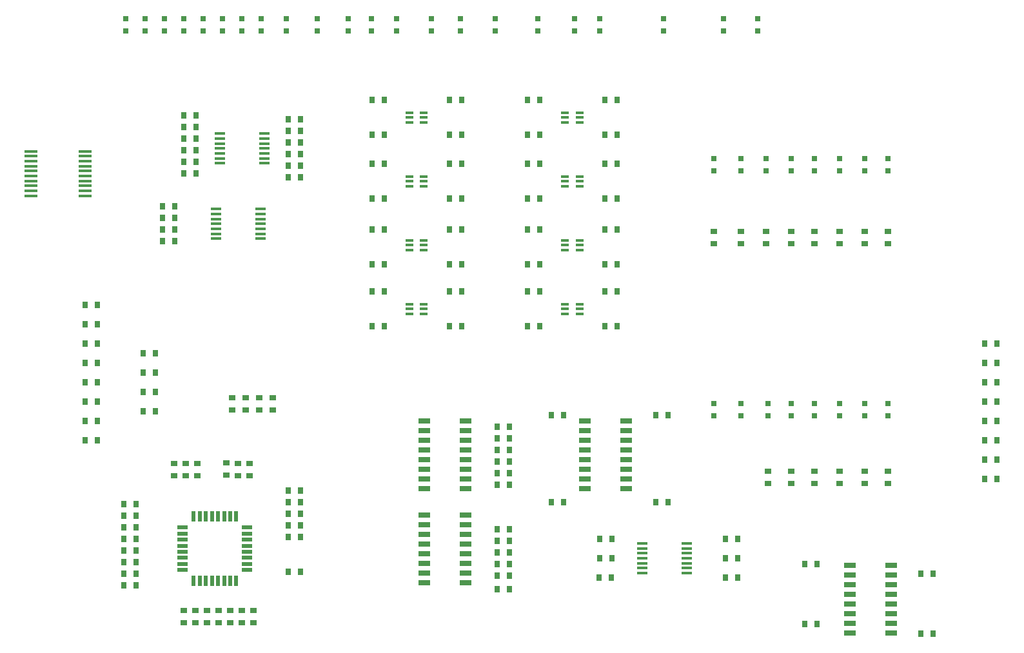
<source format=gtp>
G04*
G04 #@! TF.GenerationSoftware,Altium Limited,Altium Designer,22.3.1 (43)*
G04*
G04 Layer_Color=8421504*
%FSLAX25Y25*%
%MOIN*%
G70*
G04*
G04 #@! TF.SameCoordinates,F71B8339-E566-44E3-B05A-047308818BE7*
G04*
G04*
G04 #@! TF.FilePolarity,Positive*
G04*
G01*
G75*
%ADD15R,0.06004X0.02559*%
%ADD16R,0.03150X0.03740*%
%ADD17R,0.03150X0.03150*%
%ADD18R,0.04134X0.01575*%
%ADD19R,0.07087X0.01772*%
%ADD20R,0.05807X0.01772*%
%ADD21R,0.03740X0.03150*%
%ADD22R,0.02362X0.05807*%
%ADD23R,0.05807X0.02362*%
D15*
X232323Y130000D02*
D03*
Y125000D02*
D03*
Y120000D02*
D03*
Y115000D02*
D03*
Y110000D02*
D03*
Y105000D02*
D03*
Y100000D02*
D03*
Y95000D02*
D03*
X253677D02*
D03*
Y100000D02*
D03*
Y105000D02*
D03*
Y110000D02*
D03*
Y115000D02*
D03*
Y120000D02*
D03*
Y125000D02*
D03*
Y130000D02*
D03*
Y81500D02*
D03*
Y76500D02*
D03*
Y71500D02*
D03*
Y66500D02*
D03*
Y61500D02*
D03*
Y56500D02*
D03*
Y51500D02*
D03*
Y46500D02*
D03*
X232323D02*
D03*
Y51500D02*
D03*
Y56500D02*
D03*
Y61500D02*
D03*
Y66500D02*
D03*
Y71500D02*
D03*
Y76500D02*
D03*
Y81500D02*
D03*
X315323Y130000D02*
D03*
Y125000D02*
D03*
Y120000D02*
D03*
Y115000D02*
D03*
Y110000D02*
D03*
Y105000D02*
D03*
Y100000D02*
D03*
Y95000D02*
D03*
X336677D02*
D03*
Y100000D02*
D03*
Y105000D02*
D03*
Y110000D02*
D03*
Y115000D02*
D03*
Y120000D02*
D03*
Y125000D02*
D03*
Y130000D02*
D03*
X452323Y55500D02*
D03*
Y50500D02*
D03*
Y45500D02*
D03*
Y40500D02*
D03*
Y35500D02*
D03*
Y30500D02*
D03*
Y25500D02*
D03*
Y20500D02*
D03*
X473677D02*
D03*
Y25500D02*
D03*
Y30500D02*
D03*
Y35500D02*
D03*
Y40500D02*
D03*
Y45500D02*
D03*
Y50500D02*
D03*
Y55500D02*
D03*
D16*
X269850Y56000D02*
D03*
X276150D02*
D03*
X297850Y133000D02*
D03*
X304150D02*
D03*
X358150D02*
D03*
X351850D02*
D03*
X358150Y88000D02*
D03*
X351850D02*
D03*
X297850D02*
D03*
X304150D02*
D03*
X428850Y56000D02*
D03*
X435150D02*
D03*
X495150Y20000D02*
D03*
X488850D02*
D03*
X495150Y51000D02*
D03*
X488850D02*
D03*
X428850Y25000D02*
D03*
X435150D02*
D03*
X114150Y258000D02*
D03*
X107850D02*
D03*
X285591Y278000D02*
D03*
X291890D02*
D03*
X205090Y179000D02*
D03*
X211390D02*
D03*
X205090Y197000D02*
D03*
X211390D02*
D03*
X205090Y211000D02*
D03*
X211390D02*
D03*
X205090Y229000D02*
D03*
X211390D02*
D03*
X205090Y245000D02*
D03*
X211390D02*
D03*
X205090Y263000D02*
D03*
X211390D02*
D03*
X205090Y296000D02*
D03*
X211390D02*
D03*
X205090Y278000D02*
D03*
X329150Y69000D02*
D03*
X322850D02*
D03*
X329150Y59000D02*
D03*
X322850D02*
D03*
X329000Y49000D02*
D03*
X322701D02*
D03*
X387850D02*
D03*
X394150D02*
D03*
X387850Y59000D02*
D03*
X394150D02*
D03*
X387850Y69000D02*
D03*
X394150D02*
D03*
X114150Y288000D02*
D03*
X107850D02*
D03*
Y282000D02*
D03*
X114150D02*
D03*
Y276000D02*
D03*
X107850D02*
D03*
Y270000D02*
D03*
X114150D02*
D03*
X103150Y241000D02*
D03*
X96850D02*
D03*
Y235000D02*
D03*
X103150D02*
D03*
X114150Y264000D02*
D03*
X107850D02*
D03*
X103150Y229000D02*
D03*
X96850D02*
D03*
Y223000D02*
D03*
X103150D02*
D03*
X161850Y262000D02*
D03*
X168150D02*
D03*
Y256000D02*
D03*
X161850D02*
D03*
Y274000D02*
D03*
X168150D02*
D03*
Y268000D02*
D03*
X161850D02*
D03*
Y286000D02*
D03*
X168150D02*
D03*
Y280000D02*
D03*
X161850D02*
D03*
X63150Y190000D02*
D03*
X56850D02*
D03*
X63150Y180000D02*
D03*
X56850D02*
D03*
X86850Y165000D02*
D03*
X93150D02*
D03*
X63150Y170000D02*
D03*
X56850D02*
D03*
X86850Y155000D02*
D03*
X93150D02*
D03*
X63150Y160000D02*
D03*
X56850D02*
D03*
X86850Y145000D02*
D03*
X93150D02*
D03*
X63150Y150000D02*
D03*
X56850D02*
D03*
X86850Y135000D02*
D03*
X93150D02*
D03*
X63150Y140000D02*
D03*
X56850D02*
D03*
X63150Y130000D02*
D03*
X56850D02*
D03*
X63150Y120000D02*
D03*
X56850D02*
D03*
X161850Y94000D02*
D03*
X168150D02*
D03*
X76850Y87000D02*
D03*
X83150D02*
D03*
X161850Y88000D02*
D03*
X168150D02*
D03*
X76850Y81000D02*
D03*
X83150D02*
D03*
X161850Y82000D02*
D03*
X168150D02*
D03*
X76850Y75000D02*
D03*
X83150D02*
D03*
X161850Y76000D02*
D03*
X168150D02*
D03*
X76850Y69000D02*
D03*
X83150D02*
D03*
X161850Y70000D02*
D03*
X168150D02*
D03*
X76850Y63000D02*
D03*
X83150D02*
D03*
X161850Y52000D02*
D03*
X168150D02*
D03*
X76850Y57000D02*
D03*
X83150D02*
D03*
X76850Y51000D02*
D03*
X83150D02*
D03*
X76850Y45000D02*
D03*
X83150D02*
D03*
X276150Y109000D02*
D03*
X269850D02*
D03*
X276150Y62000D02*
D03*
X269850D02*
D03*
X276150Y115000D02*
D03*
X269850D02*
D03*
X276150Y74000D02*
D03*
X269850D02*
D03*
X276150Y127000D02*
D03*
X269850D02*
D03*
X276150Y68000D02*
D03*
X269850D02*
D03*
X276150Y121000D02*
D03*
X269850D02*
D03*
X276150Y50000D02*
D03*
X269850D02*
D03*
X276150Y103000D02*
D03*
X269850D02*
D03*
Y43000D02*
D03*
X276150D02*
D03*
X269850Y97000D02*
D03*
X276150D02*
D03*
X211390Y278000D02*
D03*
X291890Y296000D02*
D03*
X285591D02*
D03*
X331890Y278000D02*
D03*
X325590D02*
D03*
X251390D02*
D03*
X245091D02*
D03*
X325590Y296000D02*
D03*
X331890D02*
D03*
X245091D02*
D03*
X251390D02*
D03*
X291890Y245000D02*
D03*
X285591D02*
D03*
X291890Y263000D02*
D03*
X285591D02*
D03*
X331890Y245000D02*
D03*
X325590D02*
D03*
X251390D02*
D03*
X245091D02*
D03*
X325590Y263000D02*
D03*
X331890D02*
D03*
X245091D02*
D03*
X251390D02*
D03*
X521850Y170000D02*
D03*
X528150D02*
D03*
X521850Y160000D02*
D03*
X528150D02*
D03*
X521850Y150000D02*
D03*
X528150D02*
D03*
X521850Y140000D02*
D03*
X528150D02*
D03*
X521850Y130000D02*
D03*
X528150D02*
D03*
X521850Y120000D02*
D03*
X528150D02*
D03*
X521850Y110000D02*
D03*
X528150D02*
D03*
X521850Y100000D02*
D03*
X528150D02*
D03*
X291890Y211000D02*
D03*
X285591D02*
D03*
X291890Y229000D02*
D03*
X285591D02*
D03*
X331890Y211000D02*
D03*
X325590D02*
D03*
X251390D02*
D03*
X245091D02*
D03*
X325590Y229000D02*
D03*
X331890D02*
D03*
X245091D02*
D03*
X251390D02*
D03*
X291890Y179000D02*
D03*
X285591D02*
D03*
X291890Y197000D02*
D03*
X285591D02*
D03*
X331890Y179000D02*
D03*
X325590D02*
D03*
X251390D02*
D03*
X245091D02*
D03*
X325590Y197000D02*
D03*
X331890D02*
D03*
X245091D02*
D03*
X251390D02*
D03*
D17*
X161000Y338150D02*
D03*
Y331850D02*
D03*
X193000Y338150D02*
D03*
Y331850D02*
D03*
X382000Y265650D02*
D03*
Y259350D02*
D03*
X396000Y265650D02*
D03*
Y259350D02*
D03*
X409000Y265650D02*
D03*
Y259350D02*
D03*
X422000Y265650D02*
D03*
Y259350D02*
D03*
X434000Y265650D02*
D03*
Y259350D02*
D03*
X447000Y265650D02*
D03*
Y259350D02*
D03*
X460000Y265650D02*
D03*
Y259350D02*
D03*
X472000Y265650D02*
D03*
Y259350D02*
D03*
X78000Y331850D02*
D03*
Y338150D02*
D03*
X88000Y331850D02*
D03*
Y338150D02*
D03*
X98000Y331850D02*
D03*
Y338150D02*
D03*
X108000Y331850D02*
D03*
Y338150D02*
D03*
X118000Y331850D02*
D03*
Y338150D02*
D03*
X128000Y331850D02*
D03*
Y338150D02*
D03*
X138000Y331850D02*
D03*
Y338150D02*
D03*
X148000Y331850D02*
D03*
Y338150D02*
D03*
X218000Y331850D02*
D03*
Y338150D02*
D03*
X205000Y331850D02*
D03*
Y338150D02*
D03*
X177000Y331850D02*
D03*
Y338150D02*
D03*
X356000Y331850D02*
D03*
Y338150D02*
D03*
X251000Y331850D02*
D03*
Y338150D02*
D03*
X236000Y331850D02*
D03*
Y338150D02*
D03*
X472000Y132850D02*
D03*
Y139150D02*
D03*
X460000Y132850D02*
D03*
Y139150D02*
D03*
X447000Y132850D02*
D03*
Y139150D02*
D03*
X434000Y132850D02*
D03*
Y139150D02*
D03*
X422000Y132850D02*
D03*
Y139150D02*
D03*
X410000Y132850D02*
D03*
Y139150D02*
D03*
X396000Y132850D02*
D03*
Y139150D02*
D03*
X382000Y132850D02*
D03*
Y139150D02*
D03*
X387000Y331850D02*
D03*
Y338150D02*
D03*
X404500Y331850D02*
D03*
Y338150D02*
D03*
X291000Y331850D02*
D03*
Y338150D02*
D03*
X269000Y331850D02*
D03*
Y338150D02*
D03*
X323000Y331850D02*
D03*
Y338150D02*
D03*
X310000Y331850D02*
D03*
Y338150D02*
D03*
D18*
X224500Y223559D02*
D03*
Y221000D02*
D03*
Y218441D02*
D03*
X231980D02*
D03*
Y221000D02*
D03*
Y223559D02*
D03*
X224500Y256559D02*
D03*
Y254000D02*
D03*
Y251441D02*
D03*
X231980D02*
D03*
Y254000D02*
D03*
Y256559D02*
D03*
Y284441D02*
D03*
X312480Y289559D02*
D03*
Y287000D02*
D03*
Y284441D02*
D03*
X305000D02*
D03*
Y287000D02*
D03*
Y289559D02*
D03*
X231980D02*
D03*
Y287000D02*
D03*
X224500Y284441D02*
D03*
Y287000D02*
D03*
Y289559D02*
D03*
X312480Y256559D02*
D03*
Y254000D02*
D03*
Y251441D02*
D03*
X305000D02*
D03*
Y254000D02*
D03*
Y256559D02*
D03*
X312480Y223559D02*
D03*
Y221000D02*
D03*
Y218441D02*
D03*
X305000D02*
D03*
Y221000D02*
D03*
Y223559D02*
D03*
X312480Y190559D02*
D03*
Y188000D02*
D03*
Y185441D02*
D03*
X305000D02*
D03*
Y188000D02*
D03*
Y190559D02*
D03*
X231980D02*
D03*
Y188000D02*
D03*
Y185441D02*
D03*
X224500D02*
D03*
Y188000D02*
D03*
Y190559D02*
D03*
D19*
X29024Y269516D02*
D03*
Y266957D02*
D03*
Y264398D02*
D03*
Y261839D02*
D03*
Y259279D02*
D03*
Y256720D02*
D03*
Y254161D02*
D03*
Y251602D02*
D03*
Y249043D02*
D03*
Y246484D02*
D03*
X56976D02*
D03*
Y249043D02*
D03*
Y251602D02*
D03*
Y254161D02*
D03*
Y256720D02*
D03*
Y259279D02*
D03*
Y261839D02*
D03*
Y264398D02*
D03*
Y266957D02*
D03*
Y269516D02*
D03*
D20*
X344866Y66795D02*
D03*
Y64236D02*
D03*
Y61677D02*
D03*
Y59118D02*
D03*
Y56559D02*
D03*
Y54000D02*
D03*
Y51441D02*
D03*
X368000D02*
D03*
Y54000D02*
D03*
Y56559D02*
D03*
Y59118D02*
D03*
Y61677D02*
D03*
Y64236D02*
D03*
Y66795D02*
D03*
X126433Y278677D02*
D03*
Y276118D02*
D03*
Y273559D02*
D03*
Y271000D02*
D03*
Y268441D02*
D03*
Y265882D02*
D03*
Y263323D02*
D03*
X149567D02*
D03*
Y265882D02*
D03*
Y268441D02*
D03*
Y271000D02*
D03*
Y273559D02*
D03*
Y276118D02*
D03*
Y278677D02*
D03*
X124433Y239677D02*
D03*
Y237118D02*
D03*
Y234559D02*
D03*
Y232000D02*
D03*
Y229441D02*
D03*
Y226882D02*
D03*
Y224323D02*
D03*
X147567D02*
D03*
Y226882D02*
D03*
Y229441D02*
D03*
Y232000D02*
D03*
Y234559D02*
D03*
Y237118D02*
D03*
Y239677D02*
D03*
D21*
X472000Y104150D02*
D03*
Y97850D02*
D03*
X460000Y104150D02*
D03*
Y97850D02*
D03*
X447000Y104000D02*
D03*
Y97701D02*
D03*
X434000Y104150D02*
D03*
Y97850D02*
D03*
X422000Y104150D02*
D03*
Y97850D02*
D03*
X410000Y104150D02*
D03*
Y97850D02*
D03*
X472000Y228150D02*
D03*
Y221850D02*
D03*
X460000Y228150D02*
D03*
Y221850D02*
D03*
X447000Y228150D02*
D03*
Y221850D02*
D03*
X434000Y228150D02*
D03*
Y221850D02*
D03*
X422000Y228150D02*
D03*
Y221850D02*
D03*
X409000Y228150D02*
D03*
Y221850D02*
D03*
X396000Y228150D02*
D03*
Y221850D02*
D03*
X382000Y228150D02*
D03*
Y221850D02*
D03*
X140000Y135850D02*
D03*
Y142150D02*
D03*
X154000Y135850D02*
D03*
Y142150D02*
D03*
X147000D02*
D03*
Y135850D02*
D03*
X133000Y142150D02*
D03*
Y135850D02*
D03*
X130000Y102000D02*
D03*
Y108299D02*
D03*
X115000Y108150D02*
D03*
Y101850D02*
D03*
X136000D02*
D03*
Y108150D02*
D03*
X109000D02*
D03*
Y101850D02*
D03*
X142000D02*
D03*
Y108150D02*
D03*
X103000D02*
D03*
Y101850D02*
D03*
X144000Y32150D02*
D03*
Y25850D02*
D03*
X138000Y31950D02*
D03*
Y25650D02*
D03*
X132000Y31950D02*
D03*
Y25650D02*
D03*
X126000Y31950D02*
D03*
Y25650D02*
D03*
X108000D02*
D03*
Y31950D02*
D03*
X120000D02*
D03*
Y25650D02*
D03*
X114000Y31950D02*
D03*
Y25650D02*
D03*
D22*
X112976Y80685D02*
D03*
X116126D02*
D03*
X119276D02*
D03*
X122425D02*
D03*
X125575D02*
D03*
X128724D02*
D03*
X131874D02*
D03*
X135024D02*
D03*
Y47315D02*
D03*
X131874D02*
D03*
X128724D02*
D03*
X125575D02*
D03*
X122425D02*
D03*
X119276D02*
D03*
X116126D02*
D03*
X112976D02*
D03*
D23*
X140685Y75024D02*
D03*
Y71874D02*
D03*
Y68724D02*
D03*
Y65575D02*
D03*
Y62425D02*
D03*
Y59276D02*
D03*
Y56126D02*
D03*
Y52976D02*
D03*
X107315D02*
D03*
Y56126D02*
D03*
Y59276D02*
D03*
Y62425D02*
D03*
Y65575D02*
D03*
Y68724D02*
D03*
Y71874D02*
D03*
Y75024D02*
D03*
M02*

</source>
